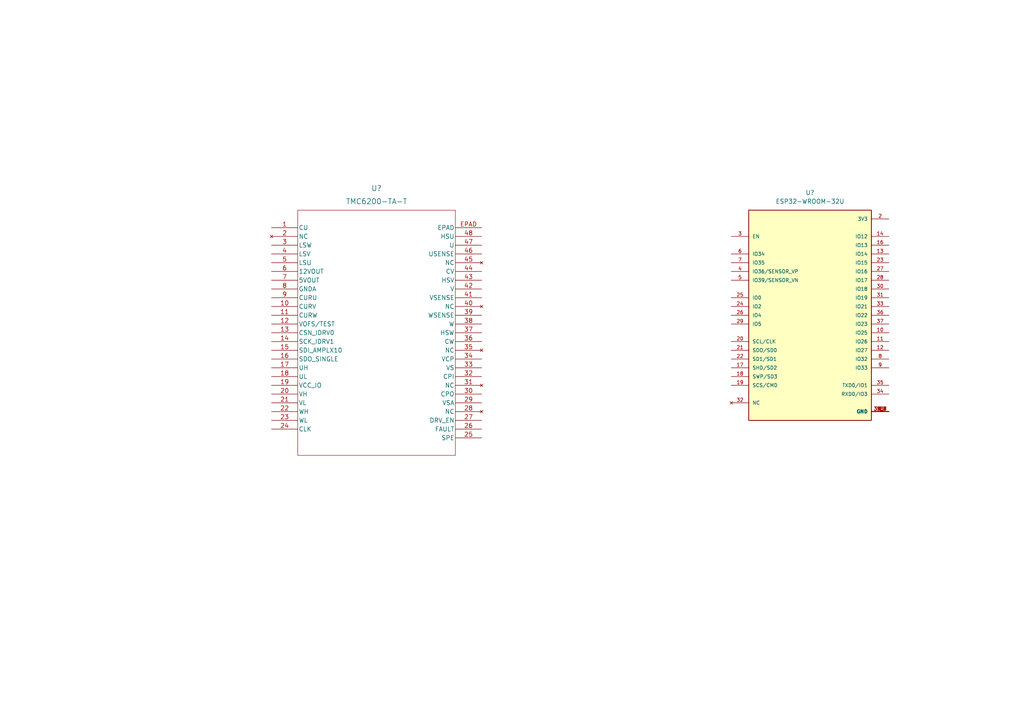
<source format=kicad_sch>
(kicad_sch (version 20211123) (generator eeschema)
  (paper "A4")
  (lib_symbols
    (symbol "bldcDriverLibrary:ESP32-WROOM-32U" (pin_names (offset 1.016))
      (property "Reference" "U" (at -17.78 31.242 0))
      (property "Value" "ESP32-WROOM-32U" (at -17.78 -33.02 0))
      (symbol "ESP32-WROOM-32U_0_0"
        (rectangle (start -17.78 -30.48) (end 17.78 30.48) (stroke (width 0.254)) (fill (type background)))
        (pin power_in line (at 22.86 -27.94 180) (length 5.08) (name "GND") (number "1"))
        (pin bidirectional line (at 22.86 -5.08 180) (length 5.08) (name "IO25") (number "10"))
        (pin bidirectional line (at 22.86 -7.62 180) (length 5.08) (name "IO26") (number "11"))
        (pin bidirectional line (at 22.86 -10.16 180) (length 5.08) (name "IO27") (number "12"))
        (pin bidirectional line (at 22.86 17.78 180) (length 5.08) (name "IO14") (number "13"))
        (pin bidirectional line (at 22.86 22.86 180) (length 5.08) (name "IO12") (number "14"))
        (pin power_in line (at 22.86 -27.94 180) (length 5.08) (name "GND") (number "15"))
        (pin bidirectional line (at 22.86 20.32 180) (length 5.08) (name "IO13") (number "16"))
        (pin bidirectional line (at -22.86 -15.24 0) (length 5.08) (name "SHD/SD2") (number "17"))
        (pin bidirectional line (at -22.86 -17.78 0) (length 5.08) (name "SWP/SD3") (number "18"))
        (pin bidirectional line (at -22.86 -20.32 0) (length 5.08) (name "SCS/CMD") (number "19"))
        (pin power_in line (at 22.86 27.94 180) (length 5.08) (name "3V3") (number "2"))
        (pin bidirectional line (at -22.86 -7.62 0) (length 5.08) (name "SCL/CLK") (number "20"))
        (pin bidirectional line (at -22.86 -10.16 0) (length 5.08) (name "SDO/SD0") (number "21"))
        (pin bidirectional line (at -22.86 -12.7 0) (length 5.08) (name "SD1/SD1") (number "22"))
        (pin bidirectional line (at 22.86 15.24 180) (length 5.08) (name "IO15") (number "23"))
        (pin bidirectional line (at -22.86 2.54 0) (length 5.08) (name "IO2") (number "24"))
        (pin bidirectional line (at -22.86 5.08 0) (length 5.08) (name "IO0") (number "25"))
        (pin bidirectional line (at -22.86 0 0) (length 5.08) (name "IO4") (number "26"))
        (pin bidirectional line (at 22.86 12.7 180) (length 5.08) (name "IO16") (number "27"))
        (pin bidirectional line (at 22.86 10.16 180) (length 5.08) (name "IO17") (number "28"))
        (pin bidirectional line (at -22.86 -2.54 0) (length 5.08) (name "IO5") (number "29"))
        (pin input line (at -22.86 22.86 0) (length 5.08) (name "EN") (number "3"))
        (pin bidirectional line (at 22.86 7.62 180) (length 5.08) (name "IO18") (number "30"))
        (pin bidirectional line (at 22.86 5.08 180) (length 5.08) (name "IO19") (number "31"))
        (pin no_connect line (at -22.86 -25.4 0) (length 5.08) (name "NC") (number "32"))
        (pin bidirectional line (at 22.86 2.54 180) (length 5.08) (name "IO21") (number "33"))
        (pin bidirectional line (at 22.86 -22.86 180) (length 5.08) (name "RXD0/IO3") (number "34"))
        (pin bidirectional line (at 22.86 -20.32 180) (length 5.08) (name "TXD0/IO1") (number "35"))
        (pin bidirectional line (at 22.86 0 180) (length 5.08) (name "IO22") (number "36"))
        (pin bidirectional line (at 22.86 -2.54 180) (length 5.08) (name "IO23") (number "37"))
        (pin power_in line (at 22.86 -27.94 180) (length 5.08) (name "GND") (number "38"))
        (pin power_in line (at 22.86 -27.94 180) (length 5.08) (name "GND") (number "39_1"))
        (pin power_in line (at 22.86 -27.94 180) (length 5.08) (name "GND") (number "39_2"))
        (pin power_in line (at 22.86 -27.94 180) (length 5.08) (name "GND") (number "39_3"))
        (pin power_in line (at 22.86 -27.94 180) (length 5.08) (name "GND") (number "39_4"))
        (pin power_in line (at 22.86 -27.94 180) (length 5.08) (name "GND") (number "39_5"))
        (pin power_in line (at 22.86 -27.94 180) (length 5.08) (name "GND") (number "39_6"))
        (pin power_in line (at 22.86 -27.94 180) (length 5.08) (name "GND") (number "39_7"))
        (pin power_in line (at 22.86 -27.94 180) (length 5.08) (name "GND") (number "39_8"))
        (pin power_in line (at 22.86 -27.94 180) (length 5.08) (name "GND") (number "39_9"))
        (pin input line (at -22.86 12.7 0) (length 5.08) (name "IO36/SENSOR_VP") (number "4"))
        (pin input line (at -22.86 10.16 0) (length 5.08) (name "IO39/SENSOR_VN") (number "5"))
        (pin input line (at -22.86 17.78 0) (length 5.08) (name "IO34") (number "6"))
        (pin input line (at -22.86 15.24 0) (length 5.08) (name "IO35") (number "7"))
        (pin bidirectional line (at 22.86 -12.7 180) (length 5.08) (name "IO32") (number "8"))
        (pin bidirectional line (at 22.86 -15.24 180) (length 5.08) (name "IO33") (number "9"))
      )
    )
    (symbol "bldcDriverLibrary:TMC6200-TA-T" (pin_names (offset 0.254))
      (property "Reference" "U" (at 30.48 10.16 0))
      (property "Value" "TMC6200-TA-T" (at 30.48 7.62 0))
      (symbol "TMC6200-TA-T_0_1"
        (polyline (pts (xy 7.62 -66.04) (xy 53.34 -66.04)) (stroke (width 0.127)))
        (polyline (pts (xy 7.62 5.08) (xy 7.62 -66.04)) (stroke (width 0.127)))
        (polyline (pts (xy 53.34 -66.04) (xy 53.34 5.08)) (stroke (width 0.127)))
        (polyline (pts (xy 53.34 5.08) (xy 7.62 5.08)) (stroke (width 0.127)))
        (pin unspecified line (at 0 0 0) (length 7.62) (name "CU") (number "1"))
        (pin output line (at 0 -22.86 0) (length 7.62) (name "CURV") (number "10"))
        (pin output line (at 0 -25.4 0) (length 7.62) (name "CURW") (number "11"))
        (pin input line (at 0 -27.94 0) (length 7.62) (name "VOFS/TEST") (number "12"))
        (pin input line (at 0 -30.48 0) (length 7.62) (name "CSN_IDRV0") (number "13"))
        (pin input line (at 0 -33.02 0) (length 7.62) (name "SCK_IDRV1") (number "14"))
        (pin input line (at 0 -35.56 0) (length 7.62) (name "SDI_AMPLX10") (number "15"))
        (pin bidirectional line (at 0 -38.1 0) (length 7.62) (name "SDO_SINGLE") (number "16"))
        (pin input line (at 0 -40.64 0) (length 7.62) (name "UH") (number "17"))
        (pin input line (at 0 -43.18 0) (length 7.62) (name "UL") (number "18"))
        (pin power_in line (at 0 -45.72 0) (length 7.62) (name "VCC_IO") (number "19"))
        (pin no_connect line (at 0 -2.54 0) (length 7.62) (name "NC") (number "2"))
        (pin input line (at 0 -48.26 0) (length 7.62) (name "VH") (number "20"))
        (pin input line (at 0 -50.8 0) (length 7.62) (name "VL") (number "21"))
        (pin input line (at 0 -53.34 0) (length 7.62) (name "WH") (number "22"))
        (pin input line (at 0 -55.88 0) (length 7.62) (name "WL") (number "23"))
        (pin input line (at 0 -58.42 0) (length 7.62) (name "CLK") (number "24"))
        (pin input line (at 60.96 -60.96 180) (length 7.62) (name "SPE") (number "25"))
        (pin output line (at 60.96 -58.42 180) (length 7.62) (name "FAULT") (number "26"))
        (pin input line (at 60.96 -55.88 180) (length 7.62) (name "DRV_EN") (number "27"))
        (pin no_connect line (at 60.96 -53.34 180) (length 7.62) (name "NC") (number "28"))
        (pin power_in line (at 60.96 -50.8 180) (length 7.62) (name "VSA") (number "29"))
        (pin output line (at 0 -5.08 0) (length 7.62) (name "LSW") (number "3"))
        (pin output line (at 60.96 -48.26 180) (length 7.62) (name "CPO") (number "30"))
        (pin no_connect line (at 60.96 -45.72 180) (length 7.62) (name "NC") (number "31"))
        (pin input line (at 60.96 -43.18 180) (length 7.62) (name "CPI") (number "32"))
        (pin power_in line (at 60.96 -40.64 180) (length 7.62) (name "VS") (number "33"))
        (pin unspecified line (at 60.96 -38.1 180) (length 7.62) (name "VCP") (number "34"))
        (pin no_connect line (at 60.96 -35.56 180) (length 7.62) (name "NC") (number "35"))
        (pin unspecified line (at 60.96 -33.02 180) (length 7.62) (name "CW") (number "36"))
        (pin output line (at 60.96 -30.48 180) (length 7.62) (name "HSW") (number "37"))
        (pin unspecified line (at 60.96 -27.94 180) (length 7.62) (name "W") (number "38"))
        (pin unspecified line (at 60.96 -25.4 180) (length 7.62) (name "WSENSE") (number "39"))
        (pin output line (at 0 -7.62 0) (length 7.62) (name "LSV") (number "4"))
        (pin no_connect line (at 60.96 -22.86 180) (length 7.62) (name "NC") (number "40"))
        (pin unspecified line (at 60.96 -20.32 180) (length 7.62) (name "VSENSE") (number "41"))
        (pin unspecified line (at 60.96 -17.78 180) (length 7.62) (name "V") (number "42"))
        (pin output line (at 60.96 -15.24 180) (length 7.62) (name "HSV") (number "43"))
        (pin unspecified line (at 60.96 -12.7 180) (length 7.62) (name "CV") (number "44"))
        (pin no_connect line (at 60.96 -10.16 180) (length 7.62) (name "NC") (number "45"))
        (pin unspecified line (at 60.96 -7.62 180) (length 7.62) (name "USENSE") (number "46"))
        (pin unspecified line (at 60.96 -5.08 180) (length 7.62) (name "U") (number "47"))
        (pin output line (at 60.96 -2.54 180) (length 7.62) (name "HSU") (number "48"))
        (pin output line (at 0 -10.16 0) (length 7.62) (name "LSU") (number "5"))
        (pin output line (at 0 -12.7 0) (length 7.62) (name "12VOUT") (number "6"))
        (pin output line (at 0 -15.24 0) (length 7.62) (name "5VOUT") (number "7"))
        (pin power_in line (at 0 -17.78 0) (length 7.62) (name "GNDA") (number "8"))
        (pin output line (at 0 -20.32 0) (length 7.62) (name "CURU") (number "9"))
        (pin unspecified line (at 60.96 0 180) (length 7.62) (name "EPAD") (number "EPAD"))
      )
    )
  )
  (symbol (lib_id "bldcDriverLibrary:TMC6200-TA-T") (at 78.74 66.04 0) (unit 1)
    (property "Reference" "U?" (at 109.22 54.61 0) (effects (font (size 1.524 1.524))))
    (property "Value" "TMC6200-TA-T" (at 109.22 58.42 0) (effects (font (size 1.524 1.524))))
    (property "Footprint" "bldcDriverFootprintLibrary:eTQFP48_9x9_TRI" (effects hide))
    (property "Datasheet" "TMC6200-TA-T" (effects hide))
  )
  (symbol (lib_id "bldcDriverLibrary:ESP32-WROOM-32U") (at 234.95 91.44 0) (unit 1)
    (property "Reference" "U?" (at 234.95 55.88 0))
    (property "Value" "ESP32-WROOM-32U" (at 234.95 58.42 0))
    (property "Footprint" "bldcDriverFootprintLibrary:XCVR_ESP32-WROOM-32U" (effects hide))
    (property "Datasheet" "https://www.espressif.com/sites/default/files/documentation/esp32-wroom-32d_esp32-wroom-32u_datasheet_en.pdf" (effects hide))
    (property "MF" "Espressif Systems" (effects hide))
    (property "MAXIMUM_PACKAGE_HEIGHT" "3.25mm" (effects hide))
    (property "Package" "NON STANDARD-39 Espressif" (effects hide))
    (property "Price" "None" (effects hide))
    (property "Check_prices" "https://www.snapeda.com/parts/ESP32-WROOM-32U/Espressif+Systems/view-part/?ref=eda" (effects hide))
    (property "STANDARD" "Manufacturer Recommendations" (effects hide))
    (property "PARTREV" "2.4" (effects hide))
    (property "SnapEDA_Link" "https://www.snapeda.com/parts/ESP32-WROOM-32U/Espressif+Systems/view-part/?ref=snap" (effects hide))
    (property "MP" "ESP32-WROOM-32U" (effects hide))
    (property "Description" "\nBluetooth, WiFi 802.11b/g/n, Bluetooth v4.2 +EDR, Class 1, 2 and 3 Transceiver Module 2.4GHz ~ 2.5GHz Antenna Not Included, U.FL Surface Mount\n" (effects hide))
    (property "Availability" "Not in stock" (effects hide))
    (property "MANUFACTURER" "Espressif Systems" (effects hide))
  )
)
</source>
